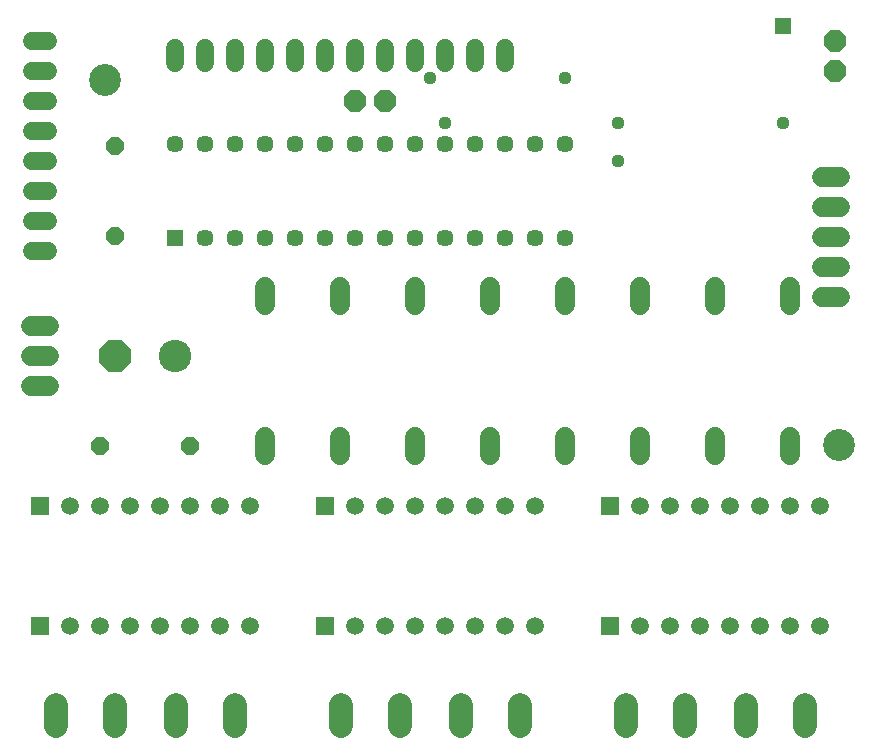
<source format=gbr>
G04 EAGLE Gerber RS-274X export*
G75*
%MOMM*%
%FSLAX34Y34*%
%LPD*%
%INSoldermask Bottom*%
%IPPOS*%
%AMOC8*
5,1,8,0,0,1.08239X$1,22.5*%
G01*
%ADD10C,2.702559*%
%ADD11R,1.511200X1.511200*%
%ADD12C,1.511200*%
%ADD13C,2.743200*%
%ADD14P,2.969212X8X202.500000*%
%ADD15P,1.951982X8X292.500000*%
%ADD16P,1.951982X8X202.500000*%
%ADD17C,1.727200*%
%ADD18C,1.524000*%
%ADD19R,1.444200X1.444200*%
%ADD20C,1.444200*%
%ADD21P,1.649562X8X22.500000*%
%ADD22P,1.649562X8X112.500000*%
%ADD23C,1.993900*%
%ADD24C,1.117600*%
%ADD25R,1.409600X1.409600*%


D10*
X80772Y589280D03*
X702056Y279654D03*
D11*
X508000Y127000D03*
X508000Y228600D03*
D12*
X533400Y127000D03*
X533400Y228600D03*
X558800Y127000D03*
X558800Y228600D03*
X584200Y127000D03*
X584200Y228600D03*
X609600Y127000D03*
X609600Y228600D03*
X635000Y127000D03*
X635000Y228600D03*
X660400Y127000D03*
X660400Y228600D03*
X685800Y127000D03*
X685800Y228600D03*
D11*
X266700Y127000D03*
X266700Y228600D03*
D12*
X292100Y127000D03*
X292100Y228600D03*
X317500Y127000D03*
X317500Y228600D03*
X342900Y127000D03*
X342900Y228600D03*
X368300Y127000D03*
X368300Y228600D03*
X393700Y127000D03*
X393700Y228600D03*
X419100Y127000D03*
X419100Y228600D03*
X444500Y127000D03*
X444500Y228600D03*
D11*
X25400Y127000D03*
X25400Y228600D03*
D12*
X50800Y127000D03*
X50800Y228600D03*
X76200Y127000D03*
X76200Y228600D03*
X101600Y127000D03*
X101600Y228600D03*
X127000Y127000D03*
X127000Y228600D03*
X152400Y127000D03*
X152400Y228600D03*
X177800Y127000D03*
X177800Y228600D03*
X203200Y127000D03*
X203200Y228600D03*
D13*
X139700Y355600D03*
D14*
X88900Y355600D03*
D15*
X698500Y622300D03*
X698500Y596900D03*
D16*
X317500Y571500D03*
X292100Y571500D03*
D17*
X533400Y287020D02*
X533400Y271780D01*
X533400Y398780D02*
X533400Y414020D01*
X596900Y287020D02*
X596900Y271780D01*
X596900Y398780D02*
X596900Y414020D01*
X342900Y287020D02*
X342900Y271780D01*
X342900Y398780D02*
X342900Y414020D01*
X660400Y287020D02*
X660400Y271780D01*
X660400Y398780D02*
X660400Y414020D01*
X469900Y287020D02*
X469900Y271780D01*
X469900Y398780D02*
X469900Y414020D01*
X406400Y287020D02*
X406400Y271780D01*
X406400Y398780D02*
X406400Y414020D01*
X215900Y287020D02*
X215900Y271780D01*
X215900Y398780D02*
X215900Y414020D01*
X279400Y287020D02*
X279400Y271780D01*
X279400Y398780D02*
X279400Y414020D01*
D18*
X419100Y602996D02*
X419100Y616204D01*
X393700Y616204D02*
X393700Y602996D01*
X368300Y602996D02*
X368300Y616204D01*
X342900Y616204D02*
X342900Y602996D01*
X317500Y602996D02*
X317500Y616204D01*
X292100Y616204D02*
X292100Y602996D01*
X266700Y602996D02*
X266700Y616204D01*
X241300Y616204D02*
X241300Y602996D01*
X215900Y602996D02*
X215900Y616204D01*
X190500Y616204D02*
X190500Y602996D01*
X165100Y602996D02*
X165100Y616204D01*
X139700Y616204D02*
X139700Y602996D01*
D19*
X139700Y455610D03*
D20*
X165100Y455610D03*
X190500Y455610D03*
X215900Y455610D03*
X241300Y455610D03*
X266700Y455610D03*
X292100Y455610D03*
X317500Y455610D03*
X342900Y455610D03*
X368300Y455610D03*
X393700Y455610D03*
X419100Y455610D03*
X444500Y455610D03*
X469900Y455610D03*
X469900Y534990D03*
X444500Y534990D03*
X419100Y534990D03*
X393700Y534990D03*
X368300Y534990D03*
X342900Y534990D03*
X317500Y534990D03*
X292100Y534990D03*
X266700Y534990D03*
X241300Y534990D03*
X215900Y534990D03*
X190500Y534990D03*
X165100Y534990D03*
X139700Y534990D03*
D18*
X32004Y622300D02*
X18796Y622300D01*
X18796Y596900D02*
X32004Y596900D01*
X32004Y571500D02*
X18796Y571500D01*
X18796Y546100D02*
X32004Y546100D01*
X32004Y520700D02*
X18796Y520700D01*
X18796Y495300D02*
X32004Y495300D01*
X32004Y469900D02*
X18796Y469900D01*
X18796Y444500D02*
X32004Y444500D01*
D17*
X33020Y330200D02*
X17780Y330200D01*
X17780Y355600D02*
X33020Y355600D01*
X33020Y381000D02*
X17780Y381000D01*
D21*
X76200Y279400D03*
X152400Y279400D03*
D22*
X88900Y457200D03*
X88900Y533400D03*
D23*
X622700Y59754D02*
X622700Y41847D01*
X672700Y41847D02*
X672700Y59754D01*
X521100Y59754D02*
X521100Y41847D01*
X571100Y41847D02*
X571100Y59754D01*
X279800Y59754D02*
X279800Y41847D01*
X329800Y41847D02*
X329800Y59754D01*
X381400Y59754D02*
X381400Y41847D01*
X431400Y41847D02*
X431400Y59754D01*
X38500Y59754D02*
X38500Y41847D01*
X88500Y41847D02*
X88500Y59754D01*
X140100Y59754D02*
X140100Y41847D01*
X190100Y41847D02*
X190100Y59754D01*
D17*
X687578Y506730D02*
X702818Y506730D01*
X702818Y481330D02*
X687578Y481330D01*
X687578Y455930D02*
X702818Y455930D01*
X702818Y430530D02*
X687578Y430530D01*
X687578Y405130D02*
X702818Y405130D01*
D24*
X654050Y552450D03*
X355600Y590550D03*
X469900Y590550D03*
X368300Y552450D03*
X514350Y520700D03*
X514350Y552450D03*
D25*
X654304Y634492D03*
M02*

</source>
